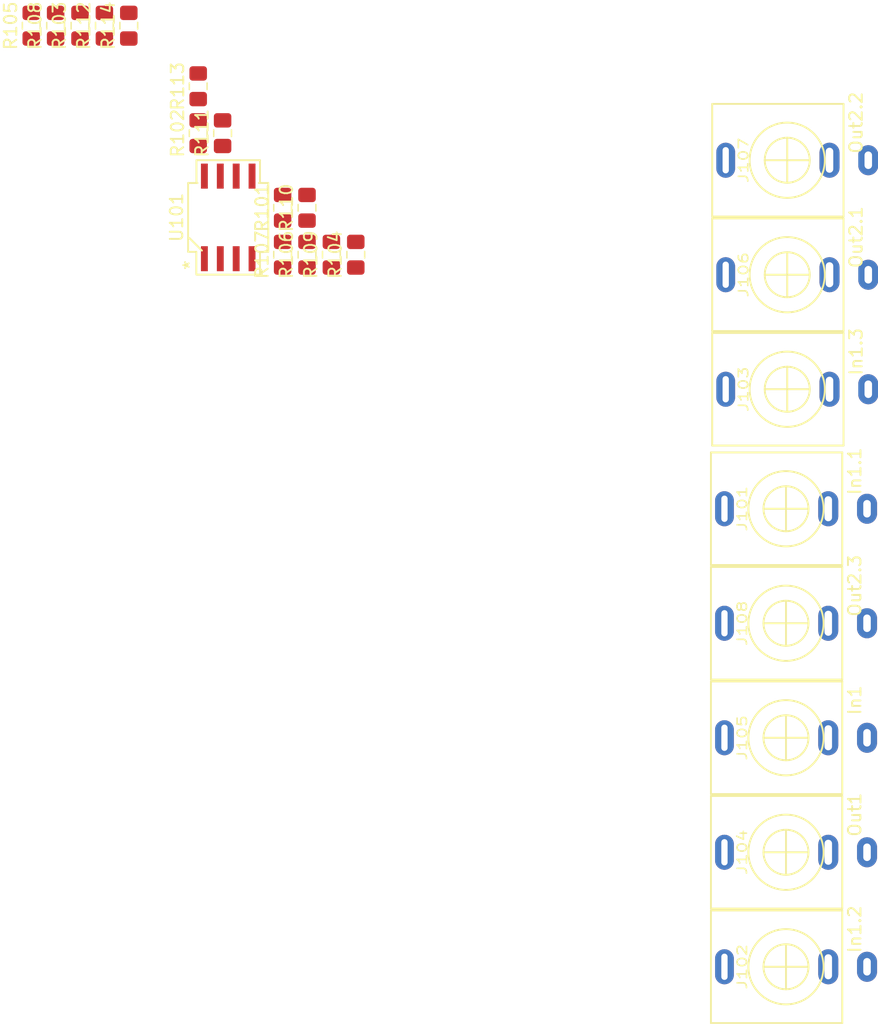
<source format=kicad_pcb>
(kicad_pcb (version 20171130) (host pcbnew "(5.0.2)-1")

  (general
    (thickness 1.6)
    (drawings 0)
    (tracks 0)
    (zones 0)
    (modules 23)
    (nets 17)
  )

  (page A4)
  (layers
    (0 F.Cu signal)
    (31 B.Cu signal)
    (32 B.Adhes user)
    (33 F.Adhes user)
    (34 B.Paste user)
    (35 F.Paste user)
    (36 B.SilkS user)
    (37 F.SilkS user)
    (38 B.Mask user)
    (39 F.Mask user)
    (40 Dwgs.User user)
    (41 Cmts.User user)
    (42 Eco1.User user)
    (43 Eco2.User user)
    (44 Edge.Cuts user)
    (45 Margin user)
    (46 B.CrtYd user)
    (47 F.CrtYd user)
    (48 B.Fab user)
    (49 F.Fab user)
  )

  (setup
    (last_trace_width 0.25)
    (trace_clearance 0.2)
    (zone_clearance 0.508)
    (zone_45_only no)
    (trace_min 0.2)
    (segment_width 0.2)
    (edge_width 0.15)
    (via_size 0.8)
    (via_drill 0.4)
    (via_min_size 0.4)
    (via_min_drill 0.3)
    (uvia_size 0.3)
    (uvia_drill 0.1)
    (uvias_allowed no)
    (uvia_min_size 0.2)
    (uvia_min_drill 0.1)
    (pcb_text_width 0.3)
    (pcb_text_size 1.5 1.5)
    (mod_edge_width 0.15)
    (mod_text_size 1 1)
    (mod_text_width 0.15)
    (pad_size 1.524 1.524)
    (pad_drill 0.762)
    (pad_to_mask_clearance 0.051)
    (solder_mask_min_width 0.25)
    (aux_axis_origin 0 0)
    (visible_elements FFFFFF7F)
    (pcbplotparams
      (layerselection 0x010fc_ffffffff)
      (usegerberextensions false)
      (usegerberattributes false)
      (usegerberadvancedattributes false)
      (creategerberjobfile false)
      (excludeedgelayer true)
      (linewidth 0.100000)
      (plotframeref false)
      (viasonmask false)
      (mode 1)
      (useauxorigin false)
      (hpglpennumber 1)
      (hpglpenspeed 20)
      (hpglpendiameter 15.000000)
      (psnegative false)
      (psa4output false)
      (plotreference true)
      (plotvalue true)
      (plotinvisibletext false)
      (padsonsilk false)
      (subtractmaskfromsilk false)
      (outputformat 1)
      (mirror false)
      (drillshape 1)
      (scaleselection 1)
      (outputdirectory ""))
  )

  (net 0 "")
  (net 1 "Net-(J101-PadT)")
  (net 2 GND)
  (net 3 "Net-(J102-PadT)")
  (net 4 "Net-(J103-PadT)")
  (net 5 "Net-(J104-PadT)")
  (net 6 "Net-(J105-PadT)")
  (net 7 "Net-(J106-PadT)")
  (net 8 "Net-(J107-PadT)")
  (net 9 "Net-(J108-PadT)")
  (net 10 "Net-(R101-Pad1)")
  (net 11 Out1)
  (net 12 In1)
  (net 13 "Net-(R106-Pad2)")
  (net 14 "Net-(R108-Pad1)")
  (net 15 Out2)
  (net 16 "Net-(R112-Pad2)")

  (net_class Default "This is the default net class."
    (clearance 0.2)
    (trace_width 0.25)
    (via_dia 0.8)
    (via_drill 0.4)
    (uvia_dia 0.3)
    (uvia_drill 0.1)
    (add_net GND)
    (add_net In1)
    (add_net "Net-(J101-PadT)")
    (add_net "Net-(J102-PadT)")
    (add_net "Net-(J103-PadT)")
    (add_net "Net-(J104-PadT)")
    (add_net "Net-(J105-PadT)")
    (add_net "Net-(J106-PadT)")
    (add_net "Net-(J107-PadT)")
    (add_net "Net-(J108-PadT)")
    (add_net "Net-(R101-Pad1)")
    (add_net "Net-(R106-Pad2)")
    (add_net "Net-(R108-Pad1)")
    (add_net "Net-(R112-Pad2)")
    (add_net Out1)
    (add_net Out2)
  )

  (module AJ-Dropbox-Kicad:PJ301SM (layer F.Cu) (tedit 5C72DE25) (tstamp 5C896FB1)
    (at 84.23025 98.209218 90)
    (path /5C85455C)
    (fp_text reference J101 (at 0 -3.5 90) (layer F.SilkS)
      (effects (font (size 0.75 1) (thickness 0.125)))
    )
    (fp_text value In1.1 (at 3 5.5 90) (layer F.SilkS)
      (effects (font (size 1 1) (thickness 0.15)))
    )
    (fp_circle (center 0 0) (end 1.8 0) (layer F.SilkS) (width 0.15))
    (fp_circle (center 0 0) (end 3 0.2) (layer F.SilkS) (width 0.15))
    (fp_line (start -4.5 -6) (end -4.5 4.5) (layer F.SilkS) (width 0.15))
    (fp_line (start 4.5 -6) (end -4.5 -6) (layer F.SilkS) (width 0.15))
    (fp_line (start 4.5 4.5) (end 4.5 -6) (layer F.SilkS) (width 0.15))
    (fp_line (start -4.5 4.5) (end 4.5 4.5) (layer F.SilkS) (width 0.15))
    (fp_line (start 0 -1.8) (end 0 1.8) (layer F.SilkS) (width 0.15))
    (fp_line (start 1.8 0) (end -1.8 0) (layer F.SilkS) (width 0.15))
    (pad T thru_hole oval (at 0 -4.92 90) (size 2.8 1.5) (drill oval 2.1 0.5) (layers *.Cu *.Mask)
      (net 1 "Net-(J101-PadT)"))
    (pad S thru_hole oval (at 0 6.48 90) (size 2.4 1.6) (drill oval 1.4 0.6) (layers *.Cu *.Mask)
      (net 2 GND))
    (pad TN thru_hole oval (at 0 3.38 90) (size 2.8 1.6) (drill oval 2 0.6) (layers *.Cu *.Mask)
      (net 2 GND))
    (model ${KIPRJMOD}/Local.pretty/PJ398SM.step
      (offset (xyz 0 0 9))
      (scale (xyz 1 1 1))
      (rotate (xyz -90 0 0))
    )
    (model C:/Users/anders/Documents/KiCad/Lib/aj_packages3d/3D/Connectors/PJ398SM.step
      (offset (xyz 0 0 8))
      (scale (xyz 1 1 1))
      (rotate (xyz -90 0 0))
    )
  )

  (module AJ-Dropbox-Kicad:PJ301SM (layer F.Cu) (tedit 5C72DE25) (tstamp 5C897805)
    (at 84.23025 134.809218 90)
    (path /5C8545CC)
    (fp_text reference J102 (at 0 -3.5 90) (layer F.SilkS)
      (effects (font (size 0.75 1) (thickness 0.125)))
    )
    (fp_text value In1.2 (at 3 5.5 90) (layer F.SilkS)
      (effects (font (size 1 1) (thickness 0.15)))
    )
    (fp_line (start 1.8 0) (end -1.8 0) (layer F.SilkS) (width 0.15))
    (fp_line (start 0 -1.8) (end 0 1.8) (layer F.SilkS) (width 0.15))
    (fp_line (start -4.5 4.5) (end 4.5 4.5) (layer F.SilkS) (width 0.15))
    (fp_line (start 4.5 4.5) (end 4.5 -6) (layer F.SilkS) (width 0.15))
    (fp_line (start 4.5 -6) (end -4.5 -6) (layer F.SilkS) (width 0.15))
    (fp_line (start -4.5 -6) (end -4.5 4.5) (layer F.SilkS) (width 0.15))
    (fp_circle (center 0 0) (end 3 0.2) (layer F.SilkS) (width 0.15))
    (fp_circle (center 0 0) (end 1.8 0) (layer F.SilkS) (width 0.15))
    (pad TN thru_hole oval (at 0 3.38 90) (size 2.8 1.6) (drill oval 2 0.6) (layers *.Cu *.Mask)
      (net 2 GND))
    (pad S thru_hole oval (at 0 6.48 90) (size 2.4 1.6) (drill oval 1.4 0.6) (layers *.Cu *.Mask)
      (net 2 GND))
    (pad T thru_hole oval (at 0 -4.92 90) (size 2.8 1.5) (drill oval 2.1 0.5) (layers *.Cu *.Mask)
      (net 3 "Net-(J102-PadT)"))
    (model ${KIPRJMOD}/Local.pretty/PJ398SM.step
      (offset (xyz 0 0 9))
      (scale (xyz 1 1 1))
      (rotate (xyz -90 0 0))
    )
    (model C:/Users/anders/Documents/KiCad/Lib/aj_packages3d/3D/Connectors/PJ398SM.step
      (offset (xyz 0 0 8))
      (scale (xyz 1 1 1))
      (rotate (xyz -90 0 0))
    )
  )

  (module AJ-Dropbox-Kicad:PJ301SM (layer F.Cu) (tedit 5C72DE25) (tstamp 5C896FCF)
    (at 84.33025 88.659218 90)
    (path /5C8B73F0)
    (fp_text reference J103 (at 0 -3.5 90) (layer F.SilkS)
      (effects (font (size 0.75 1) (thickness 0.125)))
    )
    (fp_text value In1.3 (at 3 5.5 90) (layer F.SilkS)
      (effects (font (size 1 1) (thickness 0.15)))
    )
    (fp_line (start 1.8 0) (end -1.8 0) (layer F.SilkS) (width 0.15))
    (fp_line (start 0 -1.8) (end 0 1.8) (layer F.SilkS) (width 0.15))
    (fp_line (start -4.5 4.5) (end 4.5 4.5) (layer F.SilkS) (width 0.15))
    (fp_line (start 4.5 4.5) (end 4.5 -6) (layer F.SilkS) (width 0.15))
    (fp_line (start 4.5 -6) (end -4.5 -6) (layer F.SilkS) (width 0.15))
    (fp_line (start -4.5 -6) (end -4.5 4.5) (layer F.SilkS) (width 0.15))
    (fp_circle (center 0 0) (end 3 0.2) (layer F.SilkS) (width 0.15))
    (fp_circle (center 0 0) (end 1.8 0) (layer F.SilkS) (width 0.15))
    (pad TN thru_hole oval (at 0 3.38 90) (size 2.8 1.6) (drill oval 2 0.6) (layers *.Cu *.Mask)
      (net 2 GND))
    (pad S thru_hole oval (at 0 6.48 90) (size 2.4 1.6) (drill oval 1.4 0.6) (layers *.Cu *.Mask)
      (net 2 GND))
    (pad T thru_hole oval (at 0 -4.92 90) (size 2.8 1.5) (drill oval 2.1 0.5) (layers *.Cu *.Mask)
      (net 4 "Net-(J103-PadT)"))
    (model ${KIPRJMOD}/Local.pretty/PJ398SM.step
      (offset (xyz 0 0 9))
      (scale (xyz 1 1 1))
      (rotate (xyz -90 0 0))
    )
    (model C:/Users/anders/Documents/KiCad/Lib/aj_packages3d/3D/Connectors/PJ398SM.step
      (offset (xyz 0 0 8))
      (scale (xyz 1 1 1))
      (rotate (xyz -90 0 0))
    )
  )

  (module AJ-Dropbox-Kicad:PJ301SM (layer F.Cu) (tedit 5C72DE25) (tstamp 5C8977DB)
    (at 84.23025 125.659218 90)
    (path /5C854AC0)
    (fp_text reference J104 (at 0 -3.5 90) (layer F.SilkS)
      (effects (font (size 0.75 1) (thickness 0.125)))
    )
    (fp_text value Out1 (at 3 5.5 90) (layer F.SilkS)
      (effects (font (size 1 1) (thickness 0.15)))
    )
    (fp_circle (center 0 0) (end 1.8 0) (layer F.SilkS) (width 0.15))
    (fp_circle (center 0 0) (end 3 0.2) (layer F.SilkS) (width 0.15))
    (fp_line (start -4.5 -6) (end -4.5 4.5) (layer F.SilkS) (width 0.15))
    (fp_line (start 4.5 -6) (end -4.5 -6) (layer F.SilkS) (width 0.15))
    (fp_line (start 4.5 4.5) (end 4.5 -6) (layer F.SilkS) (width 0.15))
    (fp_line (start -4.5 4.5) (end 4.5 4.5) (layer F.SilkS) (width 0.15))
    (fp_line (start 0 -1.8) (end 0 1.8) (layer F.SilkS) (width 0.15))
    (fp_line (start 1.8 0) (end -1.8 0) (layer F.SilkS) (width 0.15))
    (pad T thru_hole oval (at 0 -4.92 90) (size 2.8 1.5) (drill oval 2.1 0.5) (layers *.Cu *.Mask)
      (net 5 "Net-(J104-PadT)"))
    (pad S thru_hole oval (at 0 6.48 90) (size 2.4 1.6) (drill oval 1.4 0.6) (layers *.Cu *.Mask)
      (net 2 GND))
    (pad TN thru_hole oval (at 0 3.38 90) (size 2.8 1.6) (drill oval 2 0.6) (layers *.Cu *.Mask))
    (model ${KIPRJMOD}/Local.pretty/PJ398SM.step
      (offset (xyz 0 0 9))
      (scale (xyz 1 1 1))
      (rotate (xyz -90 0 0))
    )
    (model C:/Users/anders/Documents/KiCad/Lib/aj_packages3d/3D/Connectors/PJ398SM.step
      (offset (xyz 0 0 8))
      (scale (xyz 1 1 1))
      (rotate (xyz -90 0 0))
    )
  )

  (module AJ-Dropbox-Kicad:PJ301SM (layer F.Cu) (tedit 5C72DE25) (tstamp 5C896FED)
    (at 84.23025 116.509218 90)
    (path /5C858983)
    (fp_text reference J105 (at 0 -3.5 90) (layer F.SilkS)
      (effects (font (size 0.75 1) (thickness 0.125)))
    )
    (fp_text value In1 (at 3 5.5 90) (layer F.SilkS)
      (effects (font (size 1 1) (thickness 0.15)))
    )
    (fp_line (start 1.8 0) (end -1.8 0) (layer F.SilkS) (width 0.15))
    (fp_line (start 0 -1.8) (end 0 1.8) (layer F.SilkS) (width 0.15))
    (fp_line (start -4.5 4.5) (end 4.5 4.5) (layer F.SilkS) (width 0.15))
    (fp_line (start 4.5 4.5) (end 4.5 -6) (layer F.SilkS) (width 0.15))
    (fp_line (start 4.5 -6) (end -4.5 -6) (layer F.SilkS) (width 0.15))
    (fp_line (start -4.5 -6) (end -4.5 4.5) (layer F.SilkS) (width 0.15))
    (fp_circle (center 0 0) (end 3 0.2) (layer F.SilkS) (width 0.15))
    (fp_circle (center 0 0) (end 1.8 0) (layer F.SilkS) (width 0.15))
    (pad TN thru_hole oval (at 0 3.38 90) (size 2.8 1.6) (drill oval 2 0.6) (layers *.Cu *.Mask)
      (net 5 "Net-(J104-PadT)"))
    (pad S thru_hole oval (at 0 6.48 90) (size 2.4 1.6) (drill oval 1.4 0.6) (layers *.Cu *.Mask)
      (net 2 GND))
    (pad T thru_hole oval (at 0 -4.92 90) (size 2.8 1.5) (drill oval 2.1 0.5) (layers *.Cu *.Mask)
      (net 6 "Net-(J105-PadT)"))
    (model ${KIPRJMOD}/Local.pretty/PJ398SM.step
      (offset (xyz 0 0 9))
      (scale (xyz 1 1 1))
      (rotate (xyz -90 0 0))
    )
    (model C:/Users/anders/Documents/KiCad/Lib/aj_packages3d/3D/Connectors/PJ398SM.step
      (offset (xyz 0 0 8))
      (scale (xyz 1 1 1))
      (rotate (xyz -90 0 0))
    )
  )

  (module AJ-Dropbox-Kicad:PJ301SM (layer F.Cu) (tedit 5C72DE25) (tstamp 5C896FFC)
    (at 84.33025 79.509218 90)
    (path /5C858989)
    (fp_text reference J106 (at 0 -3.5 90) (layer F.SilkS)
      (effects (font (size 0.75 1) (thickness 0.125)))
    )
    (fp_text value Out2.1 (at 3 5.5 90) (layer F.SilkS)
      (effects (font (size 1 1) (thickness 0.15)))
    )
    (fp_circle (center 0 0) (end 1.8 0) (layer F.SilkS) (width 0.15))
    (fp_circle (center 0 0) (end 3 0.2) (layer F.SilkS) (width 0.15))
    (fp_line (start -4.5 -6) (end -4.5 4.5) (layer F.SilkS) (width 0.15))
    (fp_line (start 4.5 -6) (end -4.5 -6) (layer F.SilkS) (width 0.15))
    (fp_line (start 4.5 4.5) (end 4.5 -6) (layer F.SilkS) (width 0.15))
    (fp_line (start -4.5 4.5) (end 4.5 4.5) (layer F.SilkS) (width 0.15))
    (fp_line (start 0 -1.8) (end 0 1.8) (layer F.SilkS) (width 0.15))
    (fp_line (start 1.8 0) (end -1.8 0) (layer F.SilkS) (width 0.15))
    (pad T thru_hole oval (at 0 -4.92 90) (size 2.8 1.5) (drill oval 2.1 0.5) (layers *.Cu *.Mask)
      (net 7 "Net-(J106-PadT)"))
    (pad S thru_hole oval (at 0 6.48 90) (size 2.4 1.6) (drill oval 1.4 0.6) (layers *.Cu *.Mask)
      (net 2 GND))
    (pad TN thru_hole oval (at 0 3.38 90) (size 2.8 1.6) (drill oval 2 0.6) (layers *.Cu *.Mask)
      (net 2 GND))
    (model ${KIPRJMOD}/Local.pretty/PJ398SM.step
      (offset (xyz 0 0 9))
      (scale (xyz 1 1 1))
      (rotate (xyz -90 0 0))
    )
    (model C:/Users/anders/Documents/KiCad/Lib/aj_packages3d/3D/Connectors/PJ398SM.step
      (offset (xyz 0 0 8))
      (scale (xyz 1 1 1))
      (rotate (xyz -90 0 0))
    )
  )

  (module AJ-Dropbox-Kicad:PJ301SM (layer F.Cu) (tedit 5C72DE25) (tstamp 5C89700B)
    (at 84.33025 70.359218 90)
    (path /5C8C1C4C)
    (fp_text reference J107 (at 0 -3.5 90) (layer F.SilkS)
      (effects (font (size 0.75 1) (thickness 0.125)))
    )
    (fp_text value Out2.2 (at 3 5.5 90) (layer F.SilkS)
      (effects (font (size 1 1) (thickness 0.15)))
    )
    (fp_line (start 1.8 0) (end -1.8 0) (layer F.SilkS) (width 0.15))
    (fp_line (start 0 -1.8) (end 0 1.8) (layer F.SilkS) (width 0.15))
    (fp_line (start -4.5 4.5) (end 4.5 4.5) (layer F.SilkS) (width 0.15))
    (fp_line (start 4.5 4.5) (end 4.5 -6) (layer F.SilkS) (width 0.15))
    (fp_line (start 4.5 -6) (end -4.5 -6) (layer F.SilkS) (width 0.15))
    (fp_line (start -4.5 -6) (end -4.5 4.5) (layer F.SilkS) (width 0.15))
    (fp_circle (center 0 0) (end 3 0.2) (layer F.SilkS) (width 0.15))
    (fp_circle (center 0 0) (end 1.8 0) (layer F.SilkS) (width 0.15))
    (pad TN thru_hole oval (at 0 3.38 90) (size 2.8 1.6) (drill oval 2 0.6) (layers *.Cu *.Mask)
      (net 2 GND))
    (pad S thru_hole oval (at 0 6.48 90) (size 2.4 1.6) (drill oval 1.4 0.6) (layers *.Cu *.Mask)
      (net 2 GND))
    (pad T thru_hole oval (at 0 -4.92 90) (size 2.8 1.5) (drill oval 2.1 0.5) (layers *.Cu *.Mask)
      (net 8 "Net-(J107-PadT)"))
    (model ${KIPRJMOD}/Local.pretty/PJ398SM.step
      (offset (xyz 0 0 9))
      (scale (xyz 1 1 1))
      (rotate (xyz -90 0 0))
    )
    (model C:/Users/anders/Documents/KiCad/Lib/aj_packages3d/3D/Connectors/PJ398SM.step
      (offset (xyz 0 0 8))
      (scale (xyz 1 1 1))
      (rotate (xyz -90 0 0))
    )
  )

  (module AJ-Dropbox-Kicad:PJ301SM (layer F.Cu) (tedit 5C72DE25) (tstamp 5C89701A)
    (at 84.23025 107.359218 90)
    (path /5C85899D)
    (fp_text reference J108 (at 0 -3.5 90) (layer F.SilkS)
      (effects (font (size 0.75 1) (thickness 0.125)))
    )
    (fp_text value Out2.3 (at 3 5.5 90) (layer F.SilkS)
      (effects (font (size 1 1) (thickness 0.15)))
    )
    (fp_circle (center 0 0) (end 1.8 0) (layer F.SilkS) (width 0.15))
    (fp_circle (center 0 0) (end 3 0.2) (layer F.SilkS) (width 0.15))
    (fp_line (start -4.5 -6) (end -4.5 4.5) (layer F.SilkS) (width 0.15))
    (fp_line (start 4.5 -6) (end -4.5 -6) (layer F.SilkS) (width 0.15))
    (fp_line (start 4.5 4.5) (end 4.5 -6) (layer F.SilkS) (width 0.15))
    (fp_line (start -4.5 4.5) (end 4.5 4.5) (layer F.SilkS) (width 0.15))
    (fp_line (start 0 -1.8) (end 0 1.8) (layer F.SilkS) (width 0.15))
    (fp_line (start 1.8 0) (end -1.8 0) (layer F.SilkS) (width 0.15))
    (pad T thru_hole oval (at 0 -4.92 90) (size 2.8 1.5) (drill oval 2.1 0.5) (layers *.Cu *.Mask)
      (net 9 "Net-(J108-PadT)"))
    (pad S thru_hole oval (at 0 6.48 90) (size 2.4 1.6) (drill oval 1.4 0.6) (layers *.Cu *.Mask))
    (pad TN thru_hole oval (at 0 3.38 90) (size 2.8 1.6) (drill oval 2 0.6) (layers *.Cu *.Mask))
    (model ${KIPRJMOD}/Local.pretty/PJ398SM.step
      (offset (xyz 0 0 9))
      (scale (xyz 1 1 1))
      (rotate (xyz -90 0 0))
    )
    (model C:/Users/anders/Documents/KiCad/Lib/aj_packages3d/3D/Connectors/PJ398SM.step
      (offset (xyz 0 0 8))
      (scale (xyz 1 1 1))
      (rotate (xyz -90 0 0))
    )
  )

  (module Resistor_SMD:R_0805_2012Metric_Pad1.15x1.40mm_HandSolder (layer F.Cu) (tedit 5B36C52B) (tstamp 5C89702B)
    (at 43.98025 74.159218 90)
    (descr "Resistor SMD 0805 (2012 Metric), square (rectangular) end terminal, IPC_7351 nominal with elongated pad for handsoldering. (Body size source: https://docs.google.com/spreadsheets/d/1BsfQQcO9C6DZCsRaXUlFlo91Tg2WpOkGARC1WS5S8t0/edit?usp=sharing), generated with kicad-footprint-generator")
    (tags "resistor handsolder")
    (path /5C8BFEBC)
    (attr smd)
    (fp_text reference R101 (at 0 -1.65 90) (layer F.SilkS)
      (effects (font (size 1 1) (thickness 0.15)))
    )
    (fp_text value 47k (at 0 1.65 90) (layer F.Fab)
      (effects (font (size 1 1) (thickness 0.15)))
    )
    (fp_line (start -1 0.6) (end -1 -0.6) (layer F.Fab) (width 0.1))
    (fp_line (start -1 -0.6) (end 1 -0.6) (layer F.Fab) (width 0.1))
    (fp_line (start 1 -0.6) (end 1 0.6) (layer F.Fab) (width 0.1))
    (fp_line (start 1 0.6) (end -1 0.6) (layer F.Fab) (width 0.1))
    (fp_line (start -0.261252 -0.71) (end 0.261252 -0.71) (layer F.SilkS) (width 0.12))
    (fp_line (start -0.261252 0.71) (end 0.261252 0.71) (layer F.SilkS) (width 0.12))
    (fp_line (start -1.85 0.95) (end -1.85 -0.95) (layer F.CrtYd) (width 0.05))
    (fp_line (start -1.85 -0.95) (end 1.85 -0.95) (layer F.CrtYd) (width 0.05))
    (fp_line (start 1.85 -0.95) (end 1.85 0.95) (layer F.CrtYd) (width 0.05))
    (fp_line (start 1.85 0.95) (end -1.85 0.95) (layer F.CrtYd) (width 0.05))
    (fp_text user %R (at 0 0 90) (layer F.Fab)
      (effects (font (size 0.5 0.5) (thickness 0.08)))
    )
    (pad 1 smd roundrect (at -1.025 0 90) (size 1.15 1.4) (layers F.Cu F.Paste F.Mask) (roundrect_rratio 0.217391)
      (net 10 "Net-(R101-Pad1)"))
    (pad 2 smd roundrect (at 1.025 0 90) (size 1.15 1.4) (layers F.Cu F.Paste F.Mask) (roundrect_rratio 0.217391)
      (net 2 GND))
    (model ${KISYS3DMOD}/Resistor_SMD.3dshapes/R_0805_2012Metric.wrl
      (at (xyz 0 0 0))
      (scale (xyz 1 1 1))
      (rotate (xyz 0 0 0))
    )
  )

  (module Resistor_SMD:R_0805_2012Metric_Pad1.15x1.40mm_HandSolder (layer F.Cu) (tedit 5B36C52B) (tstamp 5C89703C)
    (at 37.23025 68.199218 90)
    (descr "Resistor SMD 0805 (2012 Metric), square (rectangular) end terminal, IPC_7351 nominal with elongated pad for handsoldering. (Body size source: https://docs.google.com/spreadsheets/d/1BsfQQcO9C6DZCsRaXUlFlo91Tg2WpOkGARC1WS5S8t0/edit?usp=sharing), generated with kicad-footprint-generator")
    (tags "resistor handsolder")
    (path /5C89DF9F)
    (attr smd)
    (fp_text reference R102 (at 0 -1.65 90) (layer F.SilkS)
      (effects (font (size 1 1) (thickness 0.15)))
    )
    (fp_text value 20k (at 0 1.65 90) (layer F.Fab)
      (effects (font (size 1 1) (thickness 0.15)))
    )
    (fp_line (start -1 0.6) (end -1 -0.6) (layer F.Fab) (width 0.1))
    (fp_line (start -1 -0.6) (end 1 -0.6) (layer F.Fab) (width 0.1))
    (fp_line (start 1 -0.6) (end 1 0.6) (layer F.Fab) (width 0.1))
    (fp_line (start 1 0.6) (end -1 0.6) (layer F.Fab) (width 0.1))
    (fp_line (start -0.261252 -0.71) (end 0.261252 -0.71) (layer F.SilkS) (width 0.12))
    (fp_line (start -0.261252 0.71) (end 0.261252 0.71) (layer F.SilkS) (width 0.12))
    (fp_line (start -1.85 0.95) (end -1.85 -0.95) (layer F.CrtYd) (width 0.05))
    (fp_line (start -1.85 -0.95) (end 1.85 -0.95) (layer F.CrtYd) (width 0.05))
    (fp_line (start 1.85 -0.95) (end 1.85 0.95) (layer F.CrtYd) (width 0.05))
    (fp_line (start 1.85 0.95) (end -1.85 0.95) (layer F.CrtYd) (width 0.05))
    (fp_text user %R (at 0 0 90) (layer F.Fab)
      (effects (font (size 0.5 0.5) (thickness 0.08)))
    )
    (pad 1 smd roundrect (at -1.025 0 90) (size 1.15 1.4) (layers F.Cu F.Paste F.Mask) (roundrect_rratio 0.217391)
      (net 11 Out1))
    (pad 2 smd roundrect (at 1.025 0 90) (size 1.15 1.4) (layers F.Cu F.Paste F.Mask) (roundrect_rratio 0.217391)
      (net 10 "Net-(R101-Pad1)"))
    (model ${KISYS3DMOD}/Resistor_SMD.3dshapes/R_0805_2012Metric.wrl
      (at (xyz 0 0 0))
      (scale (xyz 1 1 1))
      (rotate (xyz 0 0 0))
    )
  )

  (module Resistor_SMD:R_0805_2012Metric_Pad1.15x1.40mm_HandSolder (layer F.Cu) (tedit 5B36C52B) (tstamp 5C89704D)
    (at 27.78025 59.609218 90)
    (descr "Resistor SMD 0805 (2012 Metric), square (rectangular) end terminal, IPC_7351 nominal with elongated pad for handsoldering. (Body size source: https://docs.google.com/spreadsheets/d/1BsfQQcO9C6DZCsRaXUlFlo91Tg2WpOkGARC1WS5S8t0/edit?usp=sharing), generated with kicad-footprint-generator")
    (tags "resistor handsolder")
    (path /5C85440A)
    (attr smd)
    (fp_text reference R103 (at 0 -1.65 90) (layer F.SilkS)
      (effects (font (size 1 1) (thickness 0.15)))
    )
    (fp_text value 47k (at 0 1.65 90) (layer F.Fab)
      (effects (font (size 1 1) (thickness 0.15)))
    )
    (fp_line (start -1 0.6) (end -1 -0.6) (layer F.Fab) (width 0.1))
    (fp_line (start -1 -0.6) (end 1 -0.6) (layer F.Fab) (width 0.1))
    (fp_line (start 1 -0.6) (end 1 0.6) (layer F.Fab) (width 0.1))
    (fp_line (start 1 0.6) (end -1 0.6) (layer F.Fab) (width 0.1))
    (fp_line (start -0.261252 -0.71) (end 0.261252 -0.71) (layer F.SilkS) (width 0.12))
    (fp_line (start -0.261252 0.71) (end 0.261252 0.71) (layer F.SilkS) (width 0.12))
    (fp_line (start -1.85 0.95) (end -1.85 -0.95) (layer F.CrtYd) (width 0.05))
    (fp_line (start -1.85 -0.95) (end 1.85 -0.95) (layer F.CrtYd) (width 0.05))
    (fp_line (start 1.85 -0.95) (end 1.85 0.95) (layer F.CrtYd) (width 0.05))
    (fp_line (start 1.85 0.95) (end -1.85 0.95) (layer F.CrtYd) (width 0.05))
    (fp_text user %R (at 0 0 90) (layer F.Fab)
      (effects (font (size 0.5 0.5) (thickness 0.08)))
    )
    (pad 1 smd roundrect (at -1.025 0 90) (size 1.15 1.4) (layers F.Cu F.Paste F.Mask) (roundrect_rratio 0.217391)
      (net 12 In1))
    (pad 2 smd roundrect (at 1.025 0 90) (size 1.15 1.4) (layers F.Cu F.Paste F.Mask) (roundrect_rratio 0.217391)
      (net 1 "Net-(J101-PadT)"))
    (model ${KISYS3DMOD}/Resistor_SMD.3dshapes/R_0805_2012Metric.wrl
      (at (xyz 0 0 0))
      (scale (xyz 1 1 1))
      (rotate (xyz 0 0 0))
    )
  )

  (module Resistor_SMD:R_0805_2012Metric_Pad1.15x1.40mm_HandSolder (layer F.Cu) (tedit 5B36C52B) (tstamp 5C89705E)
    (at 49.83025 77.909218 90)
    (descr "Resistor SMD 0805 (2012 Metric), square (rectangular) end terminal, IPC_7351 nominal with elongated pad for handsoldering. (Body size source: https://docs.google.com/spreadsheets/d/1BsfQQcO9C6DZCsRaXUlFlo91Tg2WpOkGARC1WS5S8t0/edit?usp=sharing), generated with kicad-footprint-generator")
    (tags "resistor handsolder")
    (path /5C8544A2)
    (attr smd)
    (fp_text reference R104 (at 0 -1.65 90) (layer F.SilkS)
      (effects (font (size 1 1) (thickness 0.15)))
    )
    (fp_text value 47k (at 0 1.65 90) (layer F.Fab)
      (effects (font (size 1 1) (thickness 0.15)))
    )
    (fp_text user %R (at 0 0 90) (layer F.Fab)
      (effects (font (size 0.5 0.5) (thickness 0.08)))
    )
    (fp_line (start 1.85 0.95) (end -1.85 0.95) (layer F.CrtYd) (width 0.05))
    (fp_line (start 1.85 -0.95) (end 1.85 0.95) (layer F.CrtYd) (width 0.05))
    (fp_line (start -1.85 -0.95) (end 1.85 -0.95) (layer F.CrtYd) (width 0.05))
    (fp_line (start -1.85 0.95) (end -1.85 -0.95) (layer F.CrtYd) (width 0.05))
    (fp_line (start -0.261252 0.71) (end 0.261252 0.71) (layer F.SilkS) (width 0.12))
    (fp_line (start -0.261252 -0.71) (end 0.261252 -0.71) (layer F.SilkS) (width 0.12))
    (fp_line (start 1 0.6) (end -1 0.6) (layer F.Fab) (width 0.1))
    (fp_line (start 1 -0.6) (end 1 0.6) (layer F.Fab) (width 0.1))
    (fp_line (start -1 -0.6) (end 1 -0.6) (layer F.Fab) (width 0.1))
    (fp_line (start -1 0.6) (end -1 -0.6) (layer F.Fab) (width 0.1))
    (pad 2 smd roundrect (at 1.025 0 90) (size 1.15 1.4) (layers F.Cu F.Paste F.Mask) (roundrect_rratio 0.217391)
      (net 3 "Net-(J102-PadT)"))
    (pad 1 smd roundrect (at -1.025 0 90) (size 1.15 1.4) (layers F.Cu F.Paste F.Mask) (roundrect_rratio 0.217391)
      (net 12 In1))
    (model ${KISYS3DMOD}/Resistor_SMD.3dshapes/R_0805_2012Metric.wrl
      (at (xyz 0 0 0))
      (scale (xyz 1 1 1))
      (rotate (xyz 0 0 0))
    )
  )

  (module Resistor_SMD:R_0805_2012Metric_Pad1.15x1.40mm_HandSolder (layer F.Cu) (tedit 5B36C52B) (tstamp 5C89706F)
    (at 23.88025 59.609218 90)
    (descr "Resistor SMD 0805 (2012 Metric), square (rectangular) end terminal, IPC_7351 nominal with elongated pad for handsoldering. (Body size source: https://docs.google.com/spreadsheets/d/1BsfQQcO9C6DZCsRaXUlFlo91Tg2WpOkGARC1WS5S8t0/edit?usp=sharing), generated with kicad-footprint-generator")
    (tags "resistor handsolder")
    (path /5C8BFDED)
    (attr smd)
    (fp_text reference R105 (at 0 -1.65 90) (layer F.SilkS)
      (effects (font (size 1 1) (thickness 0.15)))
    )
    (fp_text value 47k (at 0 1.65 90) (layer F.Fab)
      (effects (font (size 1 1) (thickness 0.15)))
    )
    (fp_text user %R (at 0 0 90) (layer F.Fab)
      (effects (font (size 0.5 0.5) (thickness 0.08)))
    )
    (fp_line (start 1.85 0.95) (end -1.85 0.95) (layer F.CrtYd) (width 0.05))
    (fp_line (start 1.85 -0.95) (end 1.85 0.95) (layer F.CrtYd) (width 0.05))
    (fp_line (start -1.85 -0.95) (end 1.85 -0.95) (layer F.CrtYd) (width 0.05))
    (fp_line (start -1.85 0.95) (end -1.85 -0.95) (layer F.CrtYd) (width 0.05))
    (fp_line (start -0.261252 0.71) (end 0.261252 0.71) (layer F.SilkS) (width 0.12))
    (fp_line (start -0.261252 -0.71) (end 0.261252 -0.71) (layer F.SilkS) (width 0.12))
    (fp_line (start 1 0.6) (end -1 0.6) (layer F.Fab) (width 0.1))
    (fp_line (start 1 -0.6) (end 1 0.6) (layer F.Fab) (width 0.1))
    (fp_line (start -1 -0.6) (end 1 -0.6) (layer F.Fab) (width 0.1))
    (fp_line (start -1 0.6) (end -1 -0.6) (layer F.Fab) (width 0.1))
    (pad 2 smd roundrect (at 1.025 0 90) (size 1.15 1.4) (layers F.Cu F.Paste F.Mask) (roundrect_rratio 0.217391)
      (net 4 "Net-(J103-PadT)"))
    (pad 1 smd roundrect (at -1.025 0 90) (size 1.15 1.4) (layers F.Cu F.Paste F.Mask) (roundrect_rratio 0.217391)
      (net 12 In1))
    (model ${KISYS3DMOD}/Resistor_SMD.3dshapes/R_0805_2012Metric.wrl
      (at (xyz 0 0 0))
      (scale (xyz 1 1 1))
      (rotate (xyz 0 0 0))
    )
  )

  (module Resistor_SMD:R_0805_2012Metric_Pad1.15x1.40mm_HandSolder (layer F.Cu) (tedit 5B36C52B) (tstamp 5C897080)
    (at 45.93025 77.909218 90)
    (descr "Resistor SMD 0805 (2012 Metric), square (rectangular) end terminal, IPC_7351 nominal with elongated pad for handsoldering. (Body size source: https://docs.google.com/spreadsheets/d/1BsfQQcO9C6DZCsRaXUlFlo91Tg2WpOkGARC1WS5S8t0/edit?usp=sharing), generated with kicad-footprint-generator")
    (tags "resistor handsolder")
    (path /5C8C010C)
    (attr smd)
    (fp_text reference R106 (at 0 -1.65 90) (layer F.SilkS)
      (effects (font (size 1 1) (thickness 0.15)))
    )
    (fp_text value 47k (at 0 1.65 90) (layer F.Fab)
      (effects (font (size 1 1) (thickness 0.15)))
    )
    (fp_line (start -1 0.6) (end -1 -0.6) (layer F.Fab) (width 0.1))
    (fp_line (start -1 -0.6) (end 1 -0.6) (layer F.Fab) (width 0.1))
    (fp_line (start 1 -0.6) (end 1 0.6) (layer F.Fab) (width 0.1))
    (fp_line (start 1 0.6) (end -1 0.6) (layer F.Fab) (width 0.1))
    (fp_line (start -0.261252 -0.71) (end 0.261252 -0.71) (layer F.SilkS) (width 0.12))
    (fp_line (start -0.261252 0.71) (end 0.261252 0.71) (layer F.SilkS) (width 0.12))
    (fp_line (start -1.85 0.95) (end -1.85 -0.95) (layer F.CrtYd) (width 0.05))
    (fp_line (start -1.85 -0.95) (end 1.85 -0.95) (layer F.CrtYd) (width 0.05))
    (fp_line (start 1.85 -0.95) (end 1.85 0.95) (layer F.CrtYd) (width 0.05))
    (fp_line (start 1.85 0.95) (end -1.85 0.95) (layer F.CrtYd) (width 0.05))
    (fp_text user %R (at 0 0 90) (layer F.Fab)
      (effects (font (size 0.5 0.5) (thickness 0.08)))
    )
    (pad 1 smd roundrect (at -1.025 0 90) (size 1.15 1.4) (layers F.Cu F.Paste F.Mask) (roundrect_rratio 0.217391)
      (net 2 GND))
    (pad 2 smd roundrect (at 1.025 0 90) (size 1.15 1.4) (layers F.Cu F.Paste F.Mask) (roundrect_rratio 0.217391)
      (net 13 "Net-(R106-Pad2)"))
    (model ${KISYS3DMOD}/Resistor_SMD.3dshapes/R_0805_2012Metric.wrl
      (at (xyz 0 0 0))
      (scale (xyz 1 1 1))
      (rotate (xyz 0 0 0))
    )
  )

  (module Resistor_SMD:R_0805_2012Metric_Pad1.15x1.40mm_HandSolder (layer F.Cu) (tedit 5B36C52B) (tstamp 5C897091)
    (at 43.98025 77.909218 90)
    (descr "Resistor SMD 0805 (2012 Metric), square (rectangular) end terminal, IPC_7351 nominal with elongated pad for handsoldering. (Body size source: https://docs.google.com/spreadsheets/d/1BsfQQcO9C6DZCsRaXUlFlo91Tg2WpOkGARC1WS5S8t0/edit?usp=sharing), generated with kicad-footprint-generator")
    (tags "resistor handsolder")
    (path /5C854ABA)
    (attr smd)
    (fp_text reference R107 (at 0 -1.65 90) (layer F.SilkS)
      (effects (font (size 1 1) (thickness 0.15)))
    )
    (fp_text value 4k7 (at 0 1.65 90) (layer F.Fab)
      (effects (font (size 1 1) (thickness 0.15)))
    )
    (fp_line (start -1 0.6) (end -1 -0.6) (layer F.Fab) (width 0.1))
    (fp_line (start -1 -0.6) (end 1 -0.6) (layer F.Fab) (width 0.1))
    (fp_line (start 1 -0.6) (end 1 0.6) (layer F.Fab) (width 0.1))
    (fp_line (start 1 0.6) (end -1 0.6) (layer F.Fab) (width 0.1))
    (fp_line (start -0.261252 -0.71) (end 0.261252 -0.71) (layer F.SilkS) (width 0.12))
    (fp_line (start -0.261252 0.71) (end 0.261252 0.71) (layer F.SilkS) (width 0.12))
    (fp_line (start -1.85 0.95) (end -1.85 -0.95) (layer F.CrtYd) (width 0.05))
    (fp_line (start -1.85 -0.95) (end 1.85 -0.95) (layer F.CrtYd) (width 0.05))
    (fp_line (start 1.85 -0.95) (end 1.85 0.95) (layer F.CrtYd) (width 0.05))
    (fp_line (start 1.85 0.95) (end -1.85 0.95) (layer F.CrtYd) (width 0.05))
    (fp_text user %R (at 0 0 90) (layer F.Fab)
      (effects (font (size 0.5 0.5) (thickness 0.08)))
    )
    (pad 1 smd roundrect (at -1.025 0 90) (size 1.15 1.4) (layers F.Cu F.Paste F.Mask) (roundrect_rratio 0.217391)
      (net 11 Out1))
    (pad 2 smd roundrect (at 1.025 0 90) (size 1.15 1.4) (layers F.Cu F.Paste F.Mask) (roundrect_rratio 0.217391)
      (net 5 "Net-(J104-PadT)"))
    (model ${KISYS3DMOD}/Resistor_SMD.3dshapes/R_0805_2012Metric.wrl
      (at (xyz 0 0 0))
      (scale (xyz 1 1 1))
      (rotate (xyz 0 0 0))
    )
  )

  (module Resistor_SMD:R_0805_2012Metric_Pad1.15x1.40mm_HandSolder (layer F.Cu) (tedit 5B36C52B) (tstamp 5C8970A2)
    (at 25.83025 59.609218 90)
    (descr "Resistor SMD 0805 (2012 Metric), square (rectangular) end terminal, IPC_7351 nominal with elongated pad for handsoldering. (Body size source: https://docs.google.com/spreadsheets/d/1BsfQQcO9C6DZCsRaXUlFlo91Tg2WpOkGARC1WS5S8t0/edit?usp=sharing), generated with kicad-footprint-generator")
    (tags "resistor handsolder")
    (path /5C8BFF8A)
    (attr smd)
    (fp_text reference R108 (at 0 -1.65 90) (layer F.SilkS)
      (effects (font (size 1 1) (thickness 0.15)))
    )
    (fp_text value 47k (at 0 1.65 90) (layer F.Fab)
      (effects (font (size 1 1) (thickness 0.15)))
    )
    (fp_text user %R (at 0 0 90) (layer F.Fab)
      (effects (font (size 0.5 0.5) (thickness 0.08)))
    )
    (fp_line (start 1.85 0.95) (end -1.85 0.95) (layer F.CrtYd) (width 0.05))
    (fp_line (start 1.85 -0.95) (end 1.85 0.95) (layer F.CrtYd) (width 0.05))
    (fp_line (start -1.85 -0.95) (end 1.85 -0.95) (layer F.CrtYd) (width 0.05))
    (fp_line (start -1.85 0.95) (end -1.85 -0.95) (layer F.CrtYd) (width 0.05))
    (fp_line (start -0.261252 0.71) (end 0.261252 0.71) (layer F.SilkS) (width 0.12))
    (fp_line (start -0.261252 -0.71) (end 0.261252 -0.71) (layer F.SilkS) (width 0.12))
    (fp_line (start 1 0.6) (end -1 0.6) (layer F.Fab) (width 0.1))
    (fp_line (start 1 -0.6) (end 1 0.6) (layer F.Fab) (width 0.1))
    (fp_line (start -1 -0.6) (end 1 -0.6) (layer F.Fab) (width 0.1))
    (fp_line (start -1 0.6) (end -1 -0.6) (layer F.Fab) (width 0.1))
    (pad 2 smd roundrect (at 1.025 0 90) (size 1.15 1.4) (layers F.Cu F.Paste F.Mask) (roundrect_rratio 0.217391)
      (net 2 GND))
    (pad 1 smd roundrect (at -1.025 0 90) (size 1.15 1.4) (layers F.Cu F.Paste F.Mask) (roundrect_rratio 0.217391)
      (net 14 "Net-(R108-Pad1)"))
    (model ${KISYS3DMOD}/Resistor_SMD.3dshapes/R_0805_2012Metric.wrl
      (at (xyz 0 0 0))
      (scale (xyz 1 1 1))
      (rotate (xyz 0 0 0))
    )
  )

  (module Resistor_SMD:R_0805_2012Metric_Pad1.15x1.40mm_HandSolder (layer F.Cu) (tedit 5B36C52B) (tstamp 5C8970B3)
    (at 47.88025 77.909218 90)
    (descr "Resistor SMD 0805 (2012 Metric), square (rectangular) end terminal, IPC_7351 nominal with elongated pad for handsoldering. (Body size source: https://docs.google.com/spreadsheets/d/1BsfQQcO9C6DZCsRaXUlFlo91Tg2WpOkGARC1WS5S8t0/edit?usp=sharing), generated with kicad-footprint-generator")
    (tags "resistor handsolder")
    (path /5C8538E7)
    (attr smd)
    (fp_text reference R109 (at 0 -1.65 90) (layer F.SilkS)
      (effects (font (size 1 1) (thickness 0.15)))
    )
    (fp_text value 20k (at 0 1.65 90) (layer F.Fab)
      (effects (font (size 1 1) (thickness 0.15)))
    )
    (fp_text user %R (at 0 0 90) (layer F.Fab)
      (effects (font (size 0.5 0.5) (thickness 0.08)))
    )
    (fp_line (start 1.85 0.95) (end -1.85 0.95) (layer F.CrtYd) (width 0.05))
    (fp_line (start 1.85 -0.95) (end 1.85 0.95) (layer F.CrtYd) (width 0.05))
    (fp_line (start -1.85 -0.95) (end 1.85 -0.95) (layer F.CrtYd) (width 0.05))
    (fp_line (start -1.85 0.95) (end -1.85 -0.95) (layer F.CrtYd) (width 0.05))
    (fp_line (start -0.261252 0.71) (end 0.261252 0.71) (layer F.SilkS) (width 0.12))
    (fp_line (start -0.261252 -0.71) (end 0.261252 -0.71) (layer F.SilkS) (width 0.12))
    (fp_line (start 1 0.6) (end -1 0.6) (layer F.Fab) (width 0.1))
    (fp_line (start 1 -0.6) (end 1 0.6) (layer F.Fab) (width 0.1))
    (fp_line (start -1 -0.6) (end 1 -0.6) (layer F.Fab) (width 0.1))
    (fp_line (start -1 0.6) (end -1 -0.6) (layer F.Fab) (width 0.1))
    (pad 2 smd roundrect (at 1.025 0 90) (size 1.15 1.4) (layers F.Cu F.Paste F.Mask) (roundrect_rratio 0.217391)
      (net 14 "Net-(R108-Pad1)"))
    (pad 1 smd roundrect (at -1.025 0 90) (size 1.15 1.4) (layers F.Cu F.Paste F.Mask) (roundrect_rratio 0.217391)
      (net 15 Out2))
    (model ${KISYS3DMOD}/Resistor_SMD.3dshapes/R_0805_2012Metric.wrl
      (at (xyz 0 0 0))
      (scale (xyz 1 1 1))
      (rotate (xyz 0 0 0))
    )
  )

  (module Resistor_SMD:R_0805_2012Metric_Pad1.15x1.40mm_HandSolder (layer F.Cu) (tedit 5B36C52B) (tstamp 5C8970C4)
    (at 45.93025 74.159218 90)
    (descr "Resistor SMD 0805 (2012 Metric), square (rectangular) end terminal, IPC_7351 nominal with elongated pad for handsoldering. (Body size source: https://docs.google.com/spreadsheets/d/1BsfQQcO9C6DZCsRaXUlFlo91Tg2WpOkGARC1WS5S8t0/edit?usp=sharing), generated with kicad-footprint-generator")
    (tags "resistor handsolder")
    (path /5C8C0008)
    (attr smd)
    (fp_text reference R110 (at 0 -1.65 90) (layer F.SilkS)
      (effects (font (size 1 1) (thickness 0.15)))
    )
    (fp_text value 47k (at 0 1.65 90) (layer F.Fab)
      (effects (font (size 1 1) (thickness 0.15)))
    )
    (fp_line (start -1 0.6) (end -1 -0.6) (layer F.Fab) (width 0.1))
    (fp_line (start -1 -0.6) (end 1 -0.6) (layer F.Fab) (width 0.1))
    (fp_line (start 1 -0.6) (end 1 0.6) (layer F.Fab) (width 0.1))
    (fp_line (start 1 0.6) (end -1 0.6) (layer F.Fab) (width 0.1))
    (fp_line (start -0.261252 -0.71) (end 0.261252 -0.71) (layer F.SilkS) (width 0.12))
    (fp_line (start -0.261252 0.71) (end 0.261252 0.71) (layer F.SilkS) (width 0.12))
    (fp_line (start -1.85 0.95) (end -1.85 -0.95) (layer F.CrtYd) (width 0.05))
    (fp_line (start -1.85 -0.95) (end 1.85 -0.95) (layer F.CrtYd) (width 0.05))
    (fp_line (start 1.85 -0.95) (end 1.85 0.95) (layer F.CrtYd) (width 0.05))
    (fp_line (start 1.85 0.95) (end -1.85 0.95) (layer F.CrtYd) (width 0.05))
    (fp_text user %R (at 0 0 90) (layer F.Fab)
      (effects (font (size 0.5 0.5) (thickness 0.08)))
    )
    (pad 1 smd roundrect (at -1.025 0 90) (size 1.15 1.4) (layers F.Cu F.Paste F.Mask) (roundrect_rratio 0.217391))
    (pad 2 smd roundrect (at 1.025 0 90) (size 1.15 1.4) (layers F.Cu F.Paste F.Mask) (roundrect_rratio 0.217391)
      (net 6 "Net-(J105-PadT)"))
    (model ${KISYS3DMOD}/Resistor_SMD.3dshapes/R_0805_2012Metric.wrl
      (at (xyz 0 0 0))
      (scale (xyz 1 1 1))
      (rotate (xyz 0 0 0))
    )
  )

  (module Resistor_SMD:R_0805_2012Metric_Pad1.15x1.40mm_HandSolder (layer F.Cu) (tedit 5B36C52B) (tstamp 5C8970D5)
    (at 39.18025 68.199218 90)
    (descr "Resistor SMD 0805 (2012 Metric), square (rectangular) end terminal, IPC_7351 nominal with elongated pad for handsoldering. (Body size source: https://docs.google.com/spreadsheets/d/1BsfQQcO9C6DZCsRaXUlFlo91Tg2WpOkGARC1WS5S8t0/edit?usp=sharing), generated with kicad-footprint-generator")
    (tags "resistor handsolder")
    (path /5C8C0289)
    (attr smd)
    (fp_text reference R111 (at 0 -1.65 90) (layer F.SilkS)
      (effects (font (size 1 1) (thickness 0.15)))
    )
    (fp_text value 4k7 (at 0 1.65 90) (layer F.Fab)
      (effects (font (size 1 1) (thickness 0.15)))
    )
    (fp_text user %R (at 0 0 90) (layer F.Fab)
      (effects (font (size 0.5 0.5) (thickness 0.08)))
    )
    (fp_line (start 1.85 0.95) (end -1.85 0.95) (layer F.CrtYd) (width 0.05))
    (fp_line (start 1.85 -0.95) (end 1.85 0.95) (layer F.CrtYd) (width 0.05))
    (fp_line (start -1.85 -0.95) (end 1.85 -0.95) (layer F.CrtYd) (width 0.05))
    (fp_line (start -1.85 0.95) (end -1.85 -0.95) (layer F.CrtYd) (width 0.05))
    (fp_line (start -0.261252 0.71) (end 0.261252 0.71) (layer F.SilkS) (width 0.12))
    (fp_line (start -0.261252 -0.71) (end 0.261252 -0.71) (layer F.SilkS) (width 0.12))
    (fp_line (start 1 0.6) (end -1 0.6) (layer F.Fab) (width 0.1))
    (fp_line (start 1 -0.6) (end 1 0.6) (layer F.Fab) (width 0.1))
    (fp_line (start -1 -0.6) (end 1 -0.6) (layer F.Fab) (width 0.1))
    (fp_line (start -1 0.6) (end -1 -0.6) (layer F.Fab) (width 0.1))
    (pad 2 smd roundrect (at 1.025 0 90) (size 1.15 1.4) (layers F.Cu F.Paste F.Mask) (roundrect_rratio 0.217391)
      (net 7 "Net-(J106-PadT)"))
    (pad 1 smd roundrect (at -1.025 0 90) (size 1.15 1.4) (layers F.Cu F.Paste F.Mask) (roundrect_rratio 0.217391)
      (net 15 Out2))
    (model ${KISYS3DMOD}/Resistor_SMD.3dshapes/R_0805_2012Metric.wrl
      (at (xyz 0 0 0))
      (scale (xyz 1 1 1))
      (rotate (xyz 0 0 0))
    )
  )

  (module Resistor_SMD:R_0805_2012Metric_Pad1.15x1.40mm_HandSolder (layer F.Cu) (tedit 5B36C52B) (tstamp 5C8970E6)
    (at 29.73025 59.609218 90)
    (descr "Resistor SMD 0805 (2012 Metric), square (rectangular) end terminal, IPC_7351 nominal with elongated pad for handsoldering. (Body size source: https://docs.google.com/spreadsheets/d/1BsfQQcO9C6DZCsRaXUlFlo91Tg2WpOkGARC1WS5S8t0/edit?usp=sharing), generated with kicad-footprint-generator")
    (tags "resistor handsolder")
    (path /5C8C0060)
    (attr smd)
    (fp_text reference R112 (at 0 -1.65 90) (layer F.SilkS)
      (effects (font (size 1 1) (thickness 0.15)))
    )
    (fp_text value 47k (at 0 1.65 90) (layer F.Fab)
      (effects (font (size 1 1) (thickness 0.15)))
    )
    (fp_text user %R (at 0 0 90) (layer F.Fab)
      (effects (font (size 0.5 0.5) (thickness 0.08)))
    )
    (fp_line (start 1.85 0.95) (end -1.85 0.95) (layer F.CrtYd) (width 0.05))
    (fp_line (start 1.85 -0.95) (end 1.85 0.95) (layer F.CrtYd) (width 0.05))
    (fp_line (start -1.85 -0.95) (end 1.85 -0.95) (layer F.CrtYd) (width 0.05))
    (fp_line (start -1.85 0.95) (end -1.85 -0.95) (layer F.CrtYd) (width 0.05))
    (fp_line (start -0.261252 0.71) (end 0.261252 0.71) (layer F.SilkS) (width 0.12))
    (fp_line (start -0.261252 -0.71) (end 0.261252 -0.71) (layer F.SilkS) (width 0.12))
    (fp_line (start 1 0.6) (end -1 0.6) (layer F.Fab) (width 0.1))
    (fp_line (start 1 -0.6) (end 1 0.6) (layer F.Fab) (width 0.1))
    (fp_line (start -1 -0.6) (end 1 -0.6) (layer F.Fab) (width 0.1))
    (fp_line (start -1 0.6) (end -1 -0.6) (layer F.Fab) (width 0.1))
    (pad 2 smd roundrect (at 1.025 0 90) (size 1.15 1.4) (layers F.Cu F.Paste F.Mask) (roundrect_rratio 0.217391)
      (net 16 "Net-(R112-Pad2)"))
    (pad 1 smd roundrect (at -1.025 0 90) (size 1.15 1.4) (layers F.Cu F.Paste F.Mask) (roundrect_rratio 0.217391)
      (net 2 GND))
    (model ${KISYS3DMOD}/Resistor_SMD.3dshapes/R_0805_2012Metric.wrl
      (at (xyz 0 0 0))
      (scale (xyz 1 1 1))
      (rotate (xyz 0 0 0))
    )
  )

  (module Resistor_SMD:R_0805_2012Metric_Pad1.15x1.40mm_HandSolder (layer F.Cu) (tedit 5B36C52B) (tstamp 5C8970F7)
    (at 37.23025 64.449218 90)
    (descr "Resistor SMD 0805 (2012 Metric), square (rectangular) end terminal, IPC_7351 nominal with elongated pad for handsoldering. (Body size source: https://docs.google.com/spreadsheets/d/1BsfQQcO9C6DZCsRaXUlFlo91Tg2WpOkGARC1WS5S8t0/edit?usp=sharing), generated with kicad-footprint-generator")
    (tags "resistor handsolder")
    (path /5C8C1C59)
    (attr smd)
    (fp_text reference R113 (at 0 -1.65 90) (layer F.SilkS)
      (effects (font (size 1 1) (thickness 0.15)))
    )
    (fp_text value 4k7 (at 0 1.65 90) (layer F.Fab)
      (effects (font (size 1 1) (thickness 0.15)))
    )
    (fp_text user %R (at 0 0 90) (layer F.Fab)
      (effects (font (size 0.5 0.5) (thickness 0.08)))
    )
    (fp_line (start 1.85 0.95) (end -1.85 0.95) (layer F.CrtYd) (width 0.05))
    (fp_line (start 1.85 -0.95) (end 1.85 0.95) (layer F.CrtYd) (width 0.05))
    (fp_line (start -1.85 -0.95) (end 1.85 -0.95) (layer F.CrtYd) (width 0.05))
    (fp_line (start -1.85 0.95) (end -1.85 -0.95) (layer F.CrtYd) (width 0.05))
    (fp_line (start -0.261252 0.71) (end 0.261252 0.71) (layer F.SilkS) (width 0.12))
    (fp_line (start -0.261252 -0.71) (end 0.261252 -0.71) (layer F.SilkS) (width 0.12))
    (fp_line (start 1 0.6) (end -1 0.6) (layer F.Fab) (width 0.1))
    (fp_line (start 1 -0.6) (end 1 0.6) (layer F.Fab) (width 0.1))
    (fp_line (start -1 -0.6) (end 1 -0.6) (layer F.Fab) (width 0.1))
    (fp_line (start -1 0.6) (end -1 -0.6) (layer F.Fab) (width 0.1))
    (pad 2 smd roundrect (at 1.025 0 90) (size 1.15 1.4) (layers F.Cu F.Paste F.Mask) (roundrect_rratio 0.217391)
      (net 8 "Net-(J107-PadT)"))
    (pad 1 smd roundrect (at -1.025 0 90) (size 1.15 1.4) (layers F.Cu F.Paste F.Mask) (roundrect_rratio 0.217391)
      (net 15 Out2))
    (model ${KISYS3DMOD}/Resistor_SMD.3dshapes/R_0805_2012Metric.wrl
      (at (xyz 0 0 0))
      (scale (xyz 1 1 1))
      (rotate (xyz 0 0 0))
    )
  )

  (module Resistor_SMD:R_0805_2012Metric_Pad1.15x1.40mm_HandSolder (layer F.Cu) (tedit 5B36C52B) (tstamp 5C897108)
    (at 31.68025 59.609218 90)
    (descr "Resistor SMD 0805 (2012 Metric), square (rectangular) end terminal, IPC_7351 nominal with elongated pad for handsoldering. (Body size source: https://docs.google.com/spreadsheets/d/1BsfQQcO9C6DZCsRaXUlFlo91Tg2WpOkGARC1WS5S8t0/edit?usp=sharing), generated with kicad-footprint-generator")
    (tags "resistor handsolder")
    (path /5C8C02F7)
    (attr smd)
    (fp_text reference R114 (at 0 -1.65 90) (layer F.SilkS)
      (effects (font (size 1 1) (thickness 0.15)))
    )
    (fp_text value 4k7 (at 0 1.65 90) (layer F.Fab)
      (effects (font (size 1 1) (thickness 0.15)))
    )
    (fp_line (start -1 0.6) (end -1 -0.6) (layer F.Fab) (width 0.1))
    (fp_line (start -1 -0.6) (end 1 -0.6) (layer F.Fab) (width 0.1))
    (fp_line (start 1 -0.6) (end 1 0.6) (layer F.Fab) (width 0.1))
    (fp_line (start 1 0.6) (end -1 0.6) (layer F.Fab) (width 0.1))
    (fp_line (start -0.261252 -0.71) (end 0.261252 -0.71) (layer F.SilkS) (width 0.12))
    (fp_line (start -0.261252 0.71) (end 0.261252 0.71) (layer F.SilkS) (width 0.12))
    (fp_line (start -1.85 0.95) (end -1.85 -0.95) (layer F.CrtYd) (width 0.05))
    (fp_line (start -1.85 -0.95) (end 1.85 -0.95) (layer F.CrtYd) (width 0.05))
    (fp_line (start 1.85 -0.95) (end 1.85 0.95) (layer F.CrtYd) (width 0.05))
    (fp_line (start 1.85 0.95) (end -1.85 0.95) (layer F.CrtYd) (width 0.05))
    (fp_text user %R (at 0 0 90) (layer F.Fab)
      (effects (font (size 0.5 0.5) (thickness 0.08)))
    )
    (pad 1 smd roundrect (at -1.025 0 90) (size 1.15 1.4) (layers F.Cu F.Paste F.Mask) (roundrect_rratio 0.217391)
      (net 15 Out2))
    (pad 2 smd roundrect (at 1.025 0 90) (size 1.15 1.4) (layers F.Cu F.Paste F.Mask) (roundrect_rratio 0.217391)
      (net 9 "Net-(J108-PadT)"))
    (model ${KISYS3DMOD}/Resistor_SMD.3dshapes/R_0805_2012Metric.wrl
      (at (xyz 0 0 0))
      (scale (xyz 1 1 1))
      (rotate (xyz 0 0 0))
    )
  )

  (module AJ-Dropbox-Kicad:AJ_SO-8_5.3x6.2mm_P1.27mm (layer F.Cu) (tedit 5C574CCB) (tstamp 5C89712B)
    (at 39.63025 74.929218 90)
    (descr "8-Lead Plastic Small Outline, 5.3x6.2mm Body (http://www.ti.com.cn/cn/lit/ds/symlink/tl7705a.pdf)")
    (tags "SOIC 1.27")
    (path /5C85365C)
    (attr smd)
    (fp_text reference U101 (at 0 -4.13 90) (layer F.SilkS)
      (effects (font (size 1 1) (thickness 0.15)))
    )
    (fp_text value TL082 (at 0 4.13 90) (layer F.Fab)
      (effects (font (size 1 1) (thickness 0.15)))
    )
    (fp_text user %R (at 0 0 90) (layer F.Fab)
      (effects (font (size 1 1) (thickness 0.15)))
    )
    (fp_line (start -1.65 -3.1) (end 2.65 -3.1) (layer F.Fab) (width 0.15))
    (fp_line (start 2.65 -3.1) (end 2.65 3.1) (layer F.Fab) (width 0.15))
    (fp_line (start 2.65 3.1) (end -2.65 3.1) (layer F.Fab) (width 0.15))
    (fp_line (start -2.65 3.1) (end -2.65 -2.1) (layer F.Fab) (width 0.15))
    (fp_line (start -2.65 -2.1) (end -1.65 -3.1) (layer F.SilkS) (width 0.15))
    (fp_line (start -4.83 -3.35) (end -4.83 3.35) (layer F.CrtYd) (width 0.05))
    (fp_line (start 4.83 -3.35) (end 4.83 3.35) (layer F.CrtYd) (width 0.05))
    (fp_line (start -4.83 -3.35) (end 4.83 -3.35) (layer F.CrtYd) (width 0.05))
    (fp_line (start -4.83 3.35) (end 4.83 3.35) (layer F.CrtYd) (width 0.05))
    (fp_line (start -2.75 -3.205) (end -2.75 -2.55) (layer F.SilkS) (width 0.15))
    (fp_line (start 2.75 -3.205) (end 2.75 -2.455) (layer F.SilkS) (width 0.15))
    (fp_line (start 2.75 3.205) (end 2.75 2.455) (layer F.SilkS) (width 0.15))
    (fp_line (start -2.75 3.205) (end -2.75 2.455) (layer F.SilkS) (width 0.15))
    (fp_line (start -2.75 -3.205) (end 2.75 -3.205) (layer F.SilkS) (width 0.15))
    (fp_line (start -2.75 3.205) (end 2.75 3.205) (layer F.SilkS) (width 0.15))
    (fp_line (start -2.75 -2.55) (end -4.5 -2.55) (layer F.SilkS) (width 0.15))
    (fp_line (start 2.794 -2.54) (end 4.572 -2.54) (layer F.SilkS) (width 0.15))
    (fp_line (start 4.572 -2.54) (end 4.572 2.54) (layer F.SilkS) (width 0.15))
    (fp_line (start 4.572 2.54) (end 2.794 2.54) (layer F.SilkS) (width 0.15))
    (fp_line (start -2.794 2.54) (end -4.572 2.54) (layer F.SilkS) (width 0.15))
    (fp_line (start -4.572 2.54) (end -4.572 -2.54) (layer F.SilkS) (width 0.15))
    (fp_text user * (at -3.81 -3.048 90) (layer F.SilkS)
      (effects (font (size 1 1) (thickness 0.15)))
    )
    (pad 1 smd rect (at -3.3 -1.905 90) (size 2 0.55) (layers F.Cu F.Paste F.Mask)
      (net 11 Out1))
    (pad 2 smd rect (at -3.3 -0.635 90) (size 2 0.55) (layers F.Cu F.Paste F.Mask)
      (net 10 "Net-(R101-Pad1)"))
    (pad 3 smd rect (at -3.3 0.635 90) (size 2 0.55) (layers F.Cu F.Paste F.Mask)
      (net 13 "Net-(R106-Pad2)"))
    (pad 4 smd rect (at -3.3 1.905 90) (size 2 0.55) (layers F.Cu F.Paste F.Mask))
    (pad 5 smd rect (at 3.3 1.905 90) (size 2 0.55) (layers F.Cu F.Paste F.Mask)
      (net 16 "Net-(R112-Pad2)"))
    (pad 6 smd rect (at 3.3 0.635 90) (size 2 0.55) (layers F.Cu F.Paste F.Mask)
      (net 14 "Net-(R108-Pad1)"))
    (pad 7 smd rect (at 3.3 -0.635 90) (size 2 0.55) (layers F.Cu F.Paste F.Mask)
      (net 15 Out2))
    (pad 8 smd rect (at 3.3 -1.905 90) (size 2 0.55) (layers F.Cu F.Paste F.Mask))
    (model ${KISYS3DMOD}/Package_SO.3dshapes/SO-8_5.3x6.2mm_P1.27mm.wrl
      (at (xyz 0 0 0))
      (scale (xyz 1 1 1))
      (rotate (xyz 0 0 0))
    )
    (model C:/Users/anders/Documents/KiCad/Lib/aj_packages3d/kicad-packages3D/Package_SO.3dshapes/SO-8_5.3x6.2mm_P1.27mm.step
      (at (xyz 0 0 0))
      (scale (xyz 1 1 1))
      (rotate (xyz 0 0 0))
    )
  )

)

</source>
